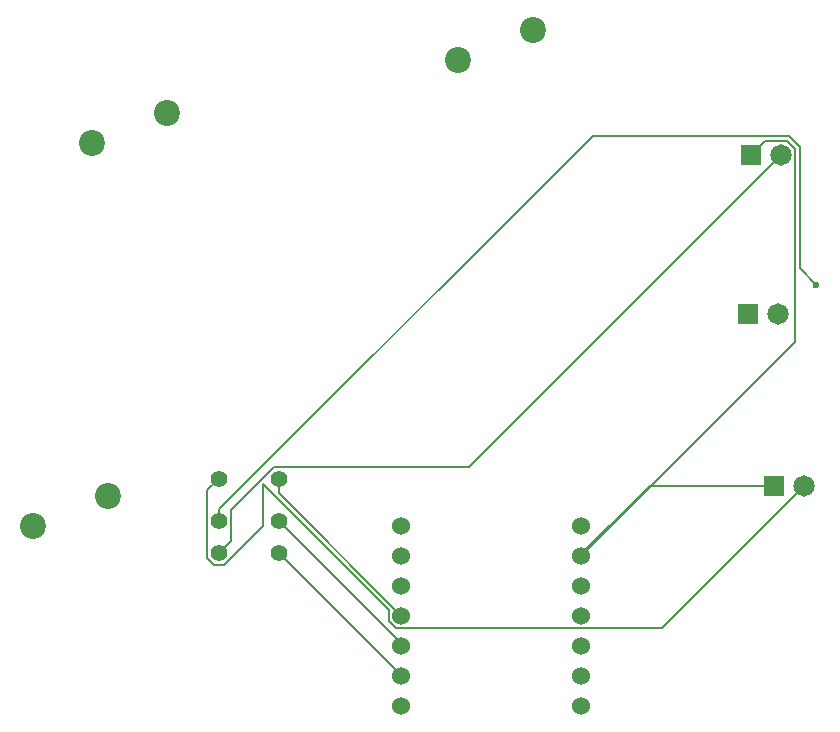
<source format=gbr>
%TF.GenerationSoftware,KiCad,Pcbnew,9.0.3*%
%TF.CreationDate,2025-07-19T14:34:47-07:00*%
%TF.ProjectId,Aurora,4175726f-7261-42e6-9b69-6361645f7063,rev?*%
%TF.SameCoordinates,Original*%
%TF.FileFunction,Copper,L2,Bot*%
%TF.FilePolarity,Positive*%
%FSLAX46Y46*%
G04 Gerber Fmt 4.6, Leading zero omitted, Abs format (unit mm)*
G04 Created by KiCad (PCBNEW 9.0.3) date 2025-07-19 14:34:47*
%MOMM*%
%LPD*%
G01*
G04 APERTURE LIST*
%TA.AperFunction,ComponentPad*%
%ADD10C,1.524000*%
%TD*%
%TA.AperFunction,ComponentPad*%
%ADD11C,2.200000*%
%TD*%
%TA.AperFunction,ComponentPad*%
%ADD12C,1.400000*%
%TD*%
%TA.AperFunction,ComponentPad*%
%ADD13R,1.815000X1.815000*%
%TD*%
%TA.AperFunction,ComponentPad*%
%ADD14C,1.815000*%
%TD*%
%TA.AperFunction,ViaPad*%
%ADD15C,0.600000*%
%TD*%
%TA.AperFunction,Conductor*%
%ADD16C,0.200000*%
%TD*%
G04 APERTURE END LIST*
D10*
%TO.P,U1,14,VBUS*%
%TO.N,unconnected-(U1-VBUS-Pad14)*%
X161120000Y-62380000D03*
%TO.P,U1,13,GND*%
%TO.N,GND*%
X161120000Y-64920000D03*
%TO.P,U1,12,3V3*%
%TO.N,unconnected-(U1-3V3-Pad12)*%
X161120000Y-67460000D03*
%TO.P,U1,11,GPIO3/MOSI*%
%TO.N,unconnected-(U1-GPIO3{slash}MOSI-Pad11)*%
X161120000Y-70000000D03*
%TO.P,U1,10,GPIO4/MISO*%
%TO.N,unconnected-(U1-GPIO4{slash}MISO-Pad10)*%
X161120000Y-72540000D03*
%TO.P,U1,9,GPIO2/SCK*%
%TO.N,unconnected-(U1-GPIO2{slash}SCK-Pad9)*%
X161120000Y-75080000D03*
%TO.P,U1,8,GPIO1/RX*%
%TO.N,unconnected-(U1-GPIO1{slash}RX-Pad8)*%
X161120000Y-77620000D03*
%TO.P,U1,7,GPIO0/TX*%
%TO.N,unconnected-(U1-GPIO0{slash}TX-Pad7)*%
X145880000Y-77620000D03*
%TO.P,U1,6,GPIO7/SCL*%
%TO.N,LED-3*%
X145880000Y-75080000D03*
%TO.P,U1,5,GPIO6/SDA*%
%TO.N,LED-2*%
X145880000Y-72540000D03*
%TO.P,U1,4,GPIO29/ADC3/A3*%
%TO.N,LED-1*%
X145880000Y-70000000D03*
%TO.P,U1,3,GPIO28/ADC2/A2*%
%TO.N,button-3*%
X145880000Y-67460000D03*
%TO.P,U1,2,GPIO27/ADC1/A1*%
%TO.N,button-2*%
X145880000Y-64920000D03*
%TO.P,U1,1,GPIO26/ADC0/A0*%
%TO.N,button-1*%
X145880000Y-62380000D03*
%TD*%
D11*
%TO.P,SW3,1,1*%
%TO.N,GND*%
X121040000Y-59920000D03*
%TO.P,SW3,2,2*%
%TO.N,button-3*%
X114690000Y-62460000D03*
%TD*%
%TO.P,SW2,1,1*%
%TO.N,GND*%
X126040000Y-27420000D03*
%TO.P,SW2,2,2*%
%TO.N,button-2*%
X119690000Y-29960000D03*
%TD*%
%TO.P,SW1,1,1*%
%TO.N,GND*%
X157040000Y-20420000D03*
%TO.P,SW1,2,2*%
%TO.N,button-1*%
X150690000Y-22960000D03*
%TD*%
D12*
%TO.P,R3,1*%
%TO.N,Net-(D1-PadA)*%
X130465000Y-64702235D03*
%TO.P,R3,2*%
%TO.N,LED-3*%
X135545000Y-64702235D03*
%TD*%
%TO.P,R2,1*%
%TO.N,Net-(D2-PadA)*%
X130460000Y-62000000D03*
%TO.P,R2,2*%
%TO.N,LED-2*%
X135540000Y-62000000D03*
%TD*%
%TO.P,R1,1*%
%TO.N,Net-(D3-PadA)*%
X130465000Y-58402235D03*
%TO.P,R1,2*%
%TO.N,LED-1*%
X135545000Y-58402235D03*
%TD*%
D13*
%TO.P,D3,C*%
%TO.N,GND*%
X177460000Y-59000000D03*
D14*
%TO.P,D3,A*%
%TO.N,Net-(D3-PadA)*%
X180000000Y-59000000D03*
%TD*%
D13*
%TO.P,D2,C*%
%TO.N,GND*%
X175230000Y-44500000D03*
D14*
%TO.P,D2,A*%
%TO.N,Net-(D2-PadA)*%
X177770000Y-44500000D03*
%TD*%
D13*
%TO.P,D1,C*%
%TO.N,GND*%
X175460000Y-31000000D03*
D14*
%TO.P,D1,A*%
%TO.N,Net-(D1-PadA)*%
X178000000Y-31000000D03*
%TD*%
D15*
%TO.N,Net-(D2-PadA)*%
X181000000Y-42000000D03*
%TD*%
D16*
%TO.N,GND*%
X161120000Y-64920000D02*
X161120000Y-64825100D01*
X161120000Y-64825100D02*
X166945100Y-59000000D01*
X166945100Y-59000000D02*
X177460000Y-59000000D01*
%TO.N,Net-(D2-PadA)*%
X130460000Y-62000000D02*
X130460000Y-61010051D01*
X130460000Y-61010051D02*
X162079551Y-29390500D01*
X179609500Y-30333322D02*
X179609500Y-40609500D01*
X162079551Y-29390500D02*
X178666678Y-29390500D01*
X178666678Y-29390500D02*
X179609500Y-30333322D01*
X179609500Y-40609500D02*
X181000000Y-42000000D01*
%TO.N,LED-3*%
X135545000Y-64702235D02*
X145880000Y-75037235D01*
%TO.N,LED-1*%
X135545000Y-58402235D02*
X135545000Y-59665000D01*
X135545000Y-59665000D02*
X145880000Y-70000000D01*
%TO.N,GND*%
X161120000Y-64920000D02*
X179208500Y-46831500D01*
X179208500Y-46831500D02*
X179208500Y-30499422D01*
X176668500Y-29791500D02*
X175460000Y-31000000D01*
X179208500Y-30499422D02*
X178500578Y-29791500D01*
X178500578Y-29791500D02*
X176668500Y-29791500D01*
%TO.N,Net-(D3-PadA)*%
X180000000Y-59000000D02*
X167937000Y-71063000D01*
X167937000Y-71063000D02*
X145439690Y-71063000D01*
X130050372Y-65703235D02*
X129459000Y-65111863D01*
X145439690Y-71063000D02*
X144817000Y-70440310D01*
X144817000Y-70440310D02*
X144817000Y-69504100D01*
X144817000Y-69504100D02*
X134205803Y-58892903D01*
X130879628Y-65703235D02*
X130050372Y-65703235D01*
X134205803Y-58892903D02*
X134205803Y-62377060D01*
X134205803Y-62377060D02*
X130879628Y-65703235D01*
X129459000Y-65111863D02*
X129459000Y-59408235D01*
X129459000Y-59408235D02*
X130465000Y-58402235D01*
%TO.N,Net-(D1-PadA)*%
X178000000Y-31000000D02*
X151598765Y-57401235D01*
X131461000Y-61070607D02*
X131461000Y-63706235D01*
X151598765Y-57401235D02*
X135130372Y-57401235D01*
X135130372Y-57401235D02*
X131461000Y-61070607D01*
X131461000Y-63706235D02*
X130465000Y-64702235D01*
%TO.N,LED-3*%
X145880000Y-75037235D02*
X145880000Y-75080000D01*
%TO.N,LED-2*%
X135540000Y-62000000D02*
X145880000Y-72340000D01*
X145880000Y-72340000D02*
X145880000Y-72540000D01*
%TD*%
M02*

</source>
